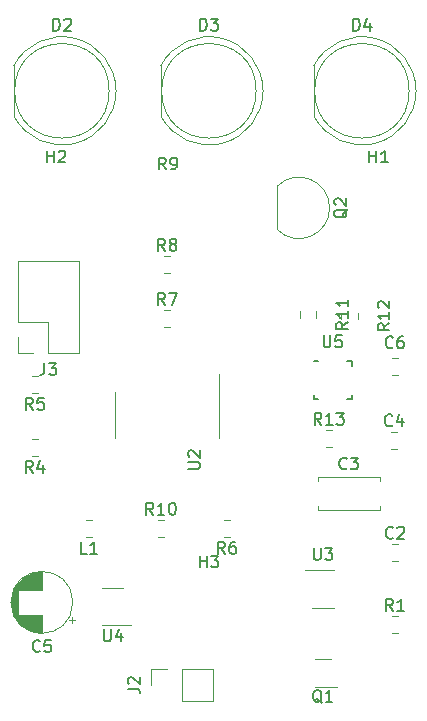
<source format=gbr>
%TF.GenerationSoftware,KiCad,Pcbnew,5.1.6*%
%TF.CreationDate,2020-10-14T19:02:39+02:00*%
%TF.ProjectId,MoCoBiBa_no_charger,4d6f436f-4269-4426-915f-6e6f5f636861,rev?*%
%TF.SameCoordinates,Original*%
%TF.FileFunction,Legend,Top*%
%TF.FilePolarity,Positive*%
%FSLAX46Y46*%
G04 Gerber Fmt 4.6, Leading zero omitted, Abs format (unit mm)*
G04 Created by KiCad (PCBNEW 5.1.6) date 2020-10-14 19:02:39*
%MOMM*%
%LPD*%
G01*
G04 APERTURE LIST*
%ADD10C,0.120000*%
%ADD11C,0.150000*%
G04 APERTURE END LIST*
D10*
%TO.C,R12*%
X81268500Y-46220748D02*
X81268500Y-46743252D01*
X82688500Y-46220748D02*
X82688500Y-46743252D01*
%TO.C,R11*%
X77776000Y-46108748D02*
X77776000Y-46631252D01*
X79196000Y-46108748D02*
X79196000Y-46631252D01*
%TO.C,U2*%
X70983000Y-54864000D02*
X70983000Y-51414000D01*
X70983000Y-54864000D02*
X70983000Y-56814000D01*
X62113000Y-54864000D02*
X62113000Y-52914000D01*
X62113000Y-54864000D02*
X62113000Y-56814000D01*
%TO.C,C2*%
X85590748Y-65838000D02*
X86113252Y-65838000D01*
X85590748Y-67258000D02*
X86113252Y-67258000D01*
%TO.C,C3*%
X79318500Y-60161500D02*
X84558500Y-60161500D01*
X79318500Y-62901500D02*
X84558500Y-62901500D01*
X79318500Y-60161500D02*
X79318500Y-60476500D01*
X79318500Y-62586500D02*
X79318500Y-62901500D01*
X84558500Y-60161500D02*
X84558500Y-60476500D01*
X84558500Y-62586500D02*
X84558500Y-62901500D01*
%TO.C,C4*%
X85518248Y-57733000D02*
X86040752Y-57733000D01*
X85518248Y-56313000D02*
X86040752Y-56313000D01*
%TO.C,C5*%
X58579500Y-70739000D02*
G75*
G03*
X58579500Y-70739000I-2620000J0D01*
G01*
X55959500Y-69699000D02*
X55959500Y-68159000D01*
X55959500Y-73319000D02*
X55959500Y-71779000D01*
X55919500Y-69699000D02*
X55919500Y-68159000D01*
X55919500Y-73319000D02*
X55919500Y-71779000D01*
X55879500Y-73318000D02*
X55879500Y-71779000D01*
X55879500Y-69699000D02*
X55879500Y-68160000D01*
X55839500Y-73317000D02*
X55839500Y-71779000D01*
X55839500Y-69699000D02*
X55839500Y-68161000D01*
X55799500Y-73315000D02*
X55799500Y-71779000D01*
X55799500Y-69699000D02*
X55799500Y-68163000D01*
X55759500Y-73312000D02*
X55759500Y-71779000D01*
X55759500Y-69699000D02*
X55759500Y-68166000D01*
X55719500Y-73308000D02*
X55719500Y-71779000D01*
X55719500Y-69699000D02*
X55719500Y-68170000D01*
X55679500Y-73304000D02*
X55679500Y-71779000D01*
X55679500Y-69699000D02*
X55679500Y-68174000D01*
X55639500Y-73300000D02*
X55639500Y-71779000D01*
X55639500Y-69699000D02*
X55639500Y-68178000D01*
X55599500Y-73295000D02*
X55599500Y-71779000D01*
X55599500Y-69699000D02*
X55599500Y-68183000D01*
X55559500Y-73289000D02*
X55559500Y-71779000D01*
X55559500Y-69699000D02*
X55559500Y-68189000D01*
X55519500Y-73282000D02*
X55519500Y-71779000D01*
X55519500Y-69699000D02*
X55519500Y-68196000D01*
X55479500Y-73275000D02*
X55479500Y-71779000D01*
X55479500Y-69699000D02*
X55479500Y-68203000D01*
X55439500Y-73267000D02*
X55439500Y-71779000D01*
X55439500Y-69699000D02*
X55439500Y-68211000D01*
X55399500Y-73259000D02*
X55399500Y-71779000D01*
X55399500Y-69699000D02*
X55399500Y-68219000D01*
X55359500Y-73250000D02*
X55359500Y-71779000D01*
X55359500Y-69699000D02*
X55359500Y-68228000D01*
X55319500Y-73240000D02*
X55319500Y-71779000D01*
X55319500Y-69699000D02*
X55319500Y-68238000D01*
X55279500Y-73230000D02*
X55279500Y-71779000D01*
X55279500Y-69699000D02*
X55279500Y-68248000D01*
X55238500Y-73219000D02*
X55238500Y-71779000D01*
X55238500Y-69699000D02*
X55238500Y-68259000D01*
X55198500Y-73207000D02*
X55198500Y-71779000D01*
X55198500Y-69699000D02*
X55198500Y-68271000D01*
X55158500Y-73194000D02*
X55158500Y-71779000D01*
X55158500Y-69699000D02*
X55158500Y-68284000D01*
X55118500Y-73181000D02*
X55118500Y-71779000D01*
X55118500Y-69699000D02*
X55118500Y-68297000D01*
X55078500Y-73167000D02*
X55078500Y-71779000D01*
X55078500Y-69699000D02*
X55078500Y-68311000D01*
X55038500Y-73153000D02*
X55038500Y-71779000D01*
X55038500Y-69699000D02*
X55038500Y-68325000D01*
X54998500Y-73137000D02*
X54998500Y-71779000D01*
X54998500Y-69699000D02*
X54998500Y-68341000D01*
X54958500Y-73121000D02*
X54958500Y-71779000D01*
X54958500Y-69699000D02*
X54958500Y-68357000D01*
X54918500Y-73104000D02*
X54918500Y-71779000D01*
X54918500Y-69699000D02*
X54918500Y-68374000D01*
X54878500Y-73087000D02*
X54878500Y-71779000D01*
X54878500Y-69699000D02*
X54878500Y-68391000D01*
X54838500Y-73068000D02*
X54838500Y-71779000D01*
X54838500Y-69699000D02*
X54838500Y-68410000D01*
X54798500Y-73049000D02*
X54798500Y-71779000D01*
X54798500Y-69699000D02*
X54798500Y-68429000D01*
X54758500Y-73029000D02*
X54758500Y-71779000D01*
X54758500Y-69699000D02*
X54758500Y-68449000D01*
X54718500Y-73007000D02*
X54718500Y-71779000D01*
X54718500Y-69699000D02*
X54718500Y-68471000D01*
X54678500Y-72986000D02*
X54678500Y-71779000D01*
X54678500Y-69699000D02*
X54678500Y-68492000D01*
X54638500Y-72963000D02*
X54638500Y-71779000D01*
X54638500Y-69699000D02*
X54638500Y-68515000D01*
X54598500Y-72939000D02*
X54598500Y-71779000D01*
X54598500Y-69699000D02*
X54598500Y-68539000D01*
X54558500Y-72914000D02*
X54558500Y-71779000D01*
X54558500Y-69699000D02*
X54558500Y-68564000D01*
X54518500Y-72888000D02*
X54518500Y-71779000D01*
X54518500Y-69699000D02*
X54518500Y-68590000D01*
X54478500Y-72861000D02*
X54478500Y-71779000D01*
X54478500Y-69699000D02*
X54478500Y-68617000D01*
X54438500Y-72834000D02*
X54438500Y-71779000D01*
X54438500Y-69699000D02*
X54438500Y-68644000D01*
X54398500Y-72804000D02*
X54398500Y-71779000D01*
X54398500Y-69699000D02*
X54398500Y-68674000D01*
X54358500Y-72774000D02*
X54358500Y-71779000D01*
X54358500Y-69699000D02*
X54358500Y-68704000D01*
X54318500Y-72743000D02*
X54318500Y-71779000D01*
X54318500Y-69699000D02*
X54318500Y-68735000D01*
X54278500Y-72710000D02*
X54278500Y-71779000D01*
X54278500Y-69699000D02*
X54278500Y-68768000D01*
X54238500Y-72676000D02*
X54238500Y-71779000D01*
X54238500Y-69699000D02*
X54238500Y-68802000D01*
X54198500Y-72640000D02*
X54198500Y-71779000D01*
X54198500Y-69699000D02*
X54198500Y-68838000D01*
X54158500Y-72603000D02*
X54158500Y-71779000D01*
X54158500Y-69699000D02*
X54158500Y-68875000D01*
X54118500Y-72565000D02*
X54118500Y-71779000D01*
X54118500Y-69699000D02*
X54118500Y-68913000D01*
X54078500Y-72524000D02*
X54078500Y-71779000D01*
X54078500Y-69699000D02*
X54078500Y-68954000D01*
X54038500Y-72482000D02*
X54038500Y-71779000D01*
X54038500Y-69699000D02*
X54038500Y-68996000D01*
X53998500Y-72438000D02*
X53998500Y-71779000D01*
X53998500Y-69699000D02*
X53998500Y-69040000D01*
X53958500Y-72392000D02*
X53958500Y-71779000D01*
X53958500Y-69699000D02*
X53958500Y-69086000D01*
X53918500Y-72344000D02*
X53918500Y-69134000D01*
X53878500Y-72293000D02*
X53878500Y-69185000D01*
X53838500Y-72239000D02*
X53838500Y-69239000D01*
X53798500Y-72182000D02*
X53798500Y-69296000D01*
X53758500Y-72122000D02*
X53758500Y-69356000D01*
X53718500Y-72058000D02*
X53718500Y-69420000D01*
X53678500Y-71990000D02*
X53678500Y-69488000D01*
X53638500Y-71917000D02*
X53638500Y-69561000D01*
X53598500Y-71837000D02*
X53598500Y-69641000D01*
X53558500Y-71750000D02*
X53558500Y-69728000D01*
X53518500Y-71654000D02*
X53518500Y-69824000D01*
X53478500Y-71544000D02*
X53478500Y-69934000D01*
X53438500Y-71416000D02*
X53438500Y-70062000D01*
X53398500Y-71257000D02*
X53398500Y-70221000D01*
X53358500Y-71023000D02*
X53358500Y-70455000D01*
X58764275Y-72214000D02*
X58264275Y-72214000D01*
X58514275Y-72464000D02*
X58514275Y-71964000D01*
%TO.C,C6*%
X85581748Y-50090000D02*
X86104252Y-50090000D01*
X85581748Y-51510000D02*
X86104252Y-51510000D01*
%TO.C,D2*%
X61658000Y-27432000D02*
G75*
G03*
X61658000Y-27432000I-4000000J0D01*
G01*
X53598000Y-25290000D02*
X53598000Y-29574000D01*
X62248000Y-27432486D02*
G75*
G03*
X53598000Y-25290855I-4590000J486D01*
G01*
X62248000Y-27431514D02*
G75*
G02*
X53598000Y-29573145I-4590000J-486D01*
G01*
%TO.C,D3*%
X66044000Y-25290000D02*
X66044000Y-29574000D01*
X74104000Y-27432000D02*
G75*
G03*
X74104000Y-27432000I-4000000J0D01*
G01*
X74694000Y-27431514D02*
G75*
G02*
X66044000Y-29573145I-4590000J-486D01*
G01*
X74694000Y-27432486D02*
G75*
G03*
X66044000Y-25290855I-4590000J486D01*
G01*
%TO.C,D4*%
X87058000Y-27432000D02*
G75*
G03*
X87058000Y-27432000I-4000000J0D01*
G01*
X78998000Y-25290000D02*
X78998000Y-29574000D01*
X87648000Y-27432486D02*
G75*
G03*
X78998000Y-25290855I-4590000J486D01*
G01*
X87648000Y-27431514D02*
G75*
G02*
X78998000Y-29573145I-4590000J-486D01*
G01*
%TO.C,J2*%
X67818000Y-79054000D02*
X67818000Y-76394000D01*
X67818000Y-79054000D02*
X70418000Y-79054000D01*
X70418000Y-79054000D02*
X70418000Y-76394000D01*
X67818000Y-76394000D02*
X70418000Y-76394000D01*
X65218000Y-76394000D02*
X66548000Y-76394000D01*
X65218000Y-77724000D02*
X65218000Y-76394000D01*
%TO.C,J3*%
X59115000Y-49590000D02*
X56515000Y-49590000D01*
X59115000Y-49590000D02*
X59115000Y-41850000D01*
X59115000Y-41850000D02*
X53915000Y-41850000D01*
X53915000Y-46990000D02*
X53915000Y-41850000D01*
X56515000Y-46990000D02*
X53915000Y-46990000D01*
X56515000Y-49590000D02*
X56515000Y-46990000D01*
X53915000Y-49590000D02*
X53915000Y-48260000D01*
X55245000Y-49590000D02*
X53915000Y-49590000D01*
%TO.C,L1*%
X60196252Y-65226000D02*
X59673748Y-65226000D01*
X60196252Y-63806000D02*
X59673748Y-63806000D01*
%TO.C,Q1*%
X79056000Y-77868000D02*
X80956000Y-77868000D01*
X80456000Y-75548000D02*
X79056000Y-75548000D01*
%TO.C,Q2*%
X75874000Y-35538000D02*
X75874000Y-39138000D01*
X75885522Y-35499522D02*
G75*
G02*
X80324000Y-37338000I1838478J-1838478D01*
G01*
X75885522Y-39176478D02*
G75*
G03*
X80324000Y-37338000I1838478J1838478D01*
G01*
%TO.C,R1*%
X85581748Y-73354000D02*
X86104252Y-73354000D01*
X85581748Y-71934000D02*
X86104252Y-71934000D01*
%TO.C,R4*%
X55624252Y-56948000D02*
X55101748Y-56948000D01*
X55624252Y-58368000D02*
X55101748Y-58368000D01*
%TO.C,R5*%
X55633252Y-53034000D02*
X55110748Y-53034000D01*
X55633252Y-51614000D02*
X55110748Y-51614000D01*
%TO.C,R6*%
X71889252Y-65226000D02*
X71366748Y-65226000D01*
X71889252Y-63806000D02*
X71366748Y-63806000D01*
%TO.C,R7*%
X66277748Y-46026000D02*
X66800252Y-46026000D01*
X66277748Y-47446000D02*
X66800252Y-47446000D01*
%TO.C,R8*%
X66295748Y-42874000D02*
X66818252Y-42874000D01*
X66295748Y-41454000D02*
X66818252Y-41454000D01*
%TO.C,R10*%
X65769748Y-65226000D02*
X66292252Y-65226000D01*
X65769748Y-63806000D02*
X66292252Y-63806000D01*
%TO.C,R13*%
X80002748Y-56186000D02*
X80525252Y-56186000D01*
X80002748Y-57606000D02*
X80525252Y-57606000D01*
%TO.C,U3*%
X78856000Y-71206000D02*
X80656000Y-71206000D01*
X80656000Y-67986000D02*
X78206000Y-67986000D01*
%TO.C,U4*%
X62856000Y-69560000D02*
X61096000Y-69560000D01*
X61096000Y-72630000D02*
X63526000Y-72630000D01*
D11*
%TO.C,U5*%
X78981500Y-53543000D02*
X78981500Y-53143000D01*
X78981500Y-53543000D02*
X79381500Y-53543000D01*
X82181500Y-53543000D02*
X82181500Y-53143000D01*
X82181500Y-53543000D02*
X81781500Y-53543000D01*
X82181500Y-50343000D02*
X82181500Y-50743000D01*
X82181500Y-50343000D02*
X81781500Y-50343000D01*
X78981500Y-50343000D02*
X79381500Y-50343000D01*
%TO.C,H3*%
X69342095Y-67772380D02*
X69342095Y-66772380D01*
X69342095Y-67248571D02*
X69913523Y-67248571D01*
X69913523Y-67772380D02*
X69913523Y-66772380D01*
X70294476Y-66772380D02*
X70913523Y-66772380D01*
X70580190Y-67153333D01*
X70723047Y-67153333D01*
X70818285Y-67200952D01*
X70865904Y-67248571D01*
X70913523Y-67343809D01*
X70913523Y-67581904D01*
X70865904Y-67677142D01*
X70818285Y-67724761D01*
X70723047Y-67772380D01*
X70437333Y-67772380D01*
X70342095Y-67724761D01*
X70294476Y-67677142D01*
%TO.C,H2*%
X56388095Y-33482380D02*
X56388095Y-32482380D01*
X56388095Y-32958571D02*
X56959523Y-32958571D01*
X56959523Y-33482380D02*
X56959523Y-32482380D01*
X57388095Y-32577619D02*
X57435714Y-32530000D01*
X57530952Y-32482380D01*
X57769047Y-32482380D01*
X57864285Y-32530000D01*
X57911904Y-32577619D01*
X57959523Y-32672857D01*
X57959523Y-32768095D01*
X57911904Y-32910952D01*
X57340476Y-33482380D01*
X57959523Y-33482380D01*
%TO.C,H1*%
X83693095Y-33482380D02*
X83693095Y-32482380D01*
X83693095Y-32958571D02*
X84264523Y-32958571D01*
X84264523Y-33482380D02*
X84264523Y-32482380D01*
X85264523Y-33482380D02*
X84693095Y-33482380D01*
X84978809Y-33482380D02*
X84978809Y-32482380D01*
X84883571Y-32625238D01*
X84788333Y-32720476D01*
X84693095Y-32768095D01*
%TO.C,R12*%
X85380880Y-47124857D02*
X84904690Y-47458190D01*
X85380880Y-47696285D02*
X84380880Y-47696285D01*
X84380880Y-47315333D01*
X84428500Y-47220095D01*
X84476119Y-47172476D01*
X84571357Y-47124857D01*
X84714214Y-47124857D01*
X84809452Y-47172476D01*
X84857071Y-47220095D01*
X84904690Y-47315333D01*
X84904690Y-47696285D01*
X85380880Y-46172476D02*
X85380880Y-46743904D01*
X85380880Y-46458190D02*
X84380880Y-46458190D01*
X84523738Y-46553428D01*
X84618976Y-46648666D01*
X84666595Y-46743904D01*
X84476119Y-45791523D02*
X84428500Y-45743904D01*
X84380880Y-45648666D01*
X84380880Y-45410571D01*
X84428500Y-45315333D01*
X84476119Y-45267714D01*
X84571357Y-45220095D01*
X84666595Y-45220095D01*
X84809452Y-45267714D01*
X85380880Y-45839142D01*
X85380880Y-45220095D01*
%TO.C,R11*%
X81888380Y-47012857D02*
X81412190Y-47346190D01*
X81888380Y-47584285D02*
X80888380Y-47584285D01*
X80888380Y-47203333D01*
X80936000Y-47108095D01*
X80983619Y-47060476D01*
X81078857Y-47012857D01*
X81221714Y-47012857D01*
X81316952Y-47060476D01*
X81364571Y-47108095D01*
X81412190Y-47203333D01*
X81412190Y-47584285D01*
X81888380Y-46060476D02*
X81888380Y-46631904D01*
X81888380Y-46346190D02*
X80888380Y-46346190D01*
X81031238Y-46441428D01*
X81126476Y-46536666D01*
X81174095Y-46631904D01*
X81888380Y-45108095D02*
X81888380Y-45679523D01*
X81888380Y-45393809D02*
X80888380Y-45393809D01*
X81031238Y-45489047D01*
X81126476Y-45584285D01*
X81174095Y-45679523D01*
%TO.C,U2*%
X68330380Y-59435904D02*
X69139904Y-59435904D01*
X69235142Y-59388285D01*
X69282761Y-59340666D01*
X69330380Y-59245428D01*
X69330380Y-59054952D01*
X69282761Y-58959714D01*
X69235142Y-58912095D01*
X69139904Y-58864476D01*
X68330380Y-58864476D01*
X68425619Y-58435904D02*
X68378000Y-58388285D01*
X68330380Y-58293047D01*
X68330380Y-58054952D01*
X68378000Y-57959714D01*
X68425619Y-57912095D01*
X68520857Y-57864476D01*
X68616095Y-57864476D01*
X68758952Y-57912095D01*
X69330380Y-58483523D01*
X69330380Y-57864476D01*
%TO.C,C2*%
X85685333Y-65255142D02*
X85637714Y-65302761D01*
X85494857Y-65350380D01*
X85399619Y-65350380D01*
X85256761Y-65302761D01*
X85161523Y-65207523D01*
X85113904Y-65112285D01*
X85066285Y-64921809D01*
X85066285Y-64778952D01*
X85113904Y-64588476D01*
X85161523Y-64493238D01*
X85256761Y-64398000D01*
X85399619Y-64350380D01*
X85494857Y-64350380D01*
X85637714Y-64398000D01*
X85685333Y-64445619D01*
X86066285Y-64445619D02*
X86113904Y-64398000D01*
X86209142Y-64350380D01*
X86447238Y-64350380D01*
X86542476Y-64398000D01*
X86590095Y-64445619D01*
X86637714Y-64540857D01*
X86637714Y-64636095D01*
X86590095Y-64778952D01*
X86018666Y-65350380D01*
X86637714Y-65350380D01*
%TO.C,C3*%
X81771833Y-59388642D02*
X81724214Y-59436261D01*
X81581357Y-59483880D01*
X81486119Y-59483880D01*
X81343261Y-59436261D01*
X81248023Y-59341023D01*
X81200404Y-59245785D01*
X81152785Y-59055309D01*
X81152785Y-58912452D01*
X81200404Y-58721976D01*
X81248023Y-58626738D01*
X81343261Y-58531500D01*
X81486119Y-58483880D01*
X81581357Y-58483880D01*
X81724214Y-58531500D01*
X81771833Y-58579119D01*
X82105166Y-58483880D02*
X82724214Y-58483880D01*
X82390880Y-58864833D01*
X82533738Y-58864833D01*
X82628976Y-58912452D01*
X82676595Y-58960071D01*
X82724214Y-59055309D01*
X82724214Y-59293404D01*
X82676595Y-59388642D01*
X82628976Y-59436261D01*
X82533738Y-59483880D01*
X82248023Y-59483880D01*
X82152785Y-59436261D01*
X82105166Y-59388642D01*
%TO.C,C4*%
X85612833Y-55730142D02*
X85565214Y-55777761D01*
X85422357Y-55825380D01*
X85327119Y-55825380D01*
X85184261Y-55777761D01*
X85089023Y-55682523D01*
X85041404Y-55587285D01*
X84993785Y-55396809D01*
X84993785Y-55253952D01*
X85041404Y-55063476D01*
X85089023Y-54968238D01*
X85184261Y-54873000D01*
X85327119Y-54825380D01*
X85422357Y-54825380D01*
X85565214Y-54873000D01*
X85612833Y-54920619D01*
X86469976Y-55158714D02*
X86469976Y-55825380D01*
X86231880Y-54777761D02*
X85993785Y-55492047D01*
X86612833Y-55492047D01*
%TO.C,C5*%
X55792833Y-74846142D02*
X55745214Y-74893761D01*
X55602357Y-74941380D01*
X55507119Y-74941380D01*
X55364261Y-74893761D01*
X55269023Y-74798523D01*
X55221404Y-74703285D01*
X55173785Y-74512809D01*
X55173785Y-74369952D01*
X55221404Y-74179476D01*
X55269023Y-74084238D01*
X55364261Y-73989000D01*
X55507119Y-73941380D01*
X55602357Y-73941380D01*
X55745214Y-73989000D01*
X55792833Y-74036619D01*
X56697595Y-73941380D02*
X56221404Y-73941380D01*
X56173785Y-74417571D01*
X56221404Y-74369952D01*
X56316642Y-74322333D01*
X56554738Y-74322333D01*
X56649976Y-74369952D01*
X56697595Y-74417571D01*
X56745214Y-74512809D01*
X56745214Y-74750904D01*
X56697595Y-74846142D01*
X56649976Y-74893761D01*
X56554738Y-74941380D01*
X56316642Y-74941380D01*
X56221404Y-74893761D01*
X56173785Y-74846142D01*
%TO.C,C6*%
X85676333Y-49125142D02*
X85628714Y-49172761D01*
X85485857Y-49220380D01*
X85390619Y-49220380D01*
X85247761Y-49172761D01*
X85152523Y-49077523D01*
X85104904Y-48982285D01*
X85057285Y-48791809D01*
X85057285Y-48648952D01*
X85104904Y-48458476D01*
X85152523Y-48363238D01*
X85247761Y-48268000D01*
X85390619Y-48220380D01*
X85485857Y-48220380D01*
X85628714Y-48268000D01*
X85676333Y-48315619D01*
X86533476Y-48220380D02*
X86343000Y-48220380D01*
X86247761Y-48268000D01*
X86200142Y-48315619D01*
X86104904Y-48458476D01*
X86057285Y-48648952D01*
X86057285Y-49029904D01*
X86104904Y-49125142D01*
X86152523Y-49172761D01*
X86247761Y-49220380D01*
X86438238Y-49220380D01*
X86533476Y-49172761D01*
X86581095Y-49125142D01*
X86628714Y-49029904D01*
X86628714Y-48791809D01*
X86581095Y-48696571D01*
X86533476Y-48648952D01*
X86438238Y-48601333D01*
X86247761Y-48601333D01*
X86152523Y-48648952D01*
X86104904Y-48696571D01*
X86057285Y-48791809D01*
%TO.C,D2*%
X56919904Y-22324380D02*
X56919904Y-21324380D01*
X57158000Y-21324380D01*
X57300857Y-21372000D01*
X57396095Y-21467238D01*
X57443714Y-21562476D01*
X57491333Y-21752952D01*
X57491333Y-21895809D01*
X57443714Y-22086285D01*
X57396095Y-22181523D01*
X57300857Y-22276761D01*
X57158000Y-22324380D01*
X56919904Y-22324380D01*
X57872285Y-21419619D02*
X57919904Y-21372000D01*
X58015142Y-21324380D01*
X58253238Y-21324380D01*
X58348476Y-21372000D01*
X58396095Y-21419619D01*
X58443714Y-21514857D01*
X58443714Y-21610095D01*
X58396095Y-21752952D01*
X57824666Y-22324380D01*
X58443714Y-22324380D01*
%TO.C,D3*%
X69365904Y-22324380D02*
X69365904Y-21324380D01*
X69604000Y-21324380D01*
X69746857Y-21372000D01*
X69842095Y-21467238D01*
X69889714Y-21562476D01*
X69937333Y-21752952D01*
X69937333Y-21895809D01*
X69889714Y-22086285D01*
X69842095Y-22181523D01*
X69746857Y-22276761D01*
X69604000Y-22324380D01*
X69365904Y-22324380D01*
X70270666Y-21324380D02*
X70889714Y-21324380D01*
X70556380Y-21705333D01*
X70699238Y-21705333D01*
X70794476Y-21752952D01*
X70842095Y-21800571D01*
X70889714Y-21895809D01*
X70889714Y-22133904D01*
X70842095Y-22229142D01*
X70794476Y-22276761D01*
X70699238Y-22324380D01*
X70413523Y-22324380D01*
X70318285Y-22276761D01*
X70270666Y-22229142D01*
%TO.C,D4*%
X82319904Y-22324380D02*
X82319904Y-21324380D01*
X82558000Y-21324380D01*
X82700857Y-21372000D01*
X82796095Y-21467238D01*
X82843714Y-21562476D01*
X82891333Y-21752952D01*
X82891333Y-21895809D01*
X82843714Y-22086285D01*
X82796095Y-22181523D01*
X82700857Y-22276761D01*
X82558000Y-22324380D01*
X82319904Y-22324380D01*
X83748476Y-21657714D02*
X83748476Y-22324380D01*
X83510380Y-21276761D02*
X83272285Y-21991047D01*
X83891333Y-21991047D01*
%TO.C,J2*%
X63230380Y-78057333D02*
X63944666Y-78057333D01*
X64087523Y-78104952D01*
X64182761Y-78200190D01*
X64230380Y-78343047D01*
X64230380Y-78438285D01*
X63325619Y-77628761D02*
X63278000Y-77581142D01*
X63230380Y-77485904D01*
X63230380Y-77247809D01*
X63278000Y-77152571D01*
X63325619Y-77104952D01*
X63420857Y-77057333D01*
X63516095Y-77057333D01*
X63658952Y-77104952D01*
X64230380Y-77676380D01*
X64230380Y-77057333D01*
%TO.C,J3*%
X56181666Y-50482380D02*
X56181666Y-51196666D01*
X56134047Y-51339523D01*
X56038809Y-51434761D01*
X55895952Y-51482380D01*
X55800714Y-51482380D01*
X56562619Y-50482380D02*
X57181666Y-50482380D01*
X56848333Y-50863333D01*
X56991190Y-50863333D01*
X57086428Y-50910952D01*
X57134047Y-50958571D01*
X57181666Y-51053809D01*
X57181666Y-51291904D01*
X57134047Y-51387142D01*
X57086428Y-51434761D01*
X56991190Y-51482380D01*
X56705476Y-51482380D01*
X56610238Y-51434761D01*
X56562619Y-51387142D01*
%TO.C,L1*%
X59768333Y-66618380D02*
X59292142Y-66618380D01*
X59292142Y-65618380D01*
X60625476Y-66618380D02*
X60054047Y-66618380D01*
X60339761Y-66618380D02*
X60339761Y-65618380D01*
X60244523Y-65761238D01*
X60149285Y-65856476D01*
X60054047Y-65904095D01*
%TO.C,Q1*%
X79660761Y-79255619D02*
X79565523Y-79208000D01*
X79470285Y-79112761D01*
X79327428Y-78969904D01*
X79232190Y-78922285D01*
X79136952Y-78922285D01*
X79184571Y-79160380D02*
X79089333Y-79112761D01*
X78994095Y-79017523D01*
X78946476Y-78827047D01*
X78946476Y-78493714D01*
X78994095Y-78303238D01*
X79089333Y-78208000D01*
X79184571Y-78160380D01*
X79375047Y-78160380D01*
X79470285Y-78208000D01*
X79565523Y-78303238D01*
X79613142Y-78493714D01*
X79613142Y-78827047D01*
X79565523Y-79017523D01*
X79470285Y-79112761D01*
X79375047Y-79160380D01*
X79184571Y-79160380D01*
X80565523Y-79160380D02*
X79994095Y-79160380D01*
X80279809Y-79160380D02*
X80279809Y-78160380D01*
X80184571Y-78303238D01*
X80089333Y-78398476D01*
X79994095Y-78446095D01*
%TO.C,Q2*%
X81831619Y-37433238D02*
X81784000Y-37528476D01*
X81688761Y-37623714D01*
X81545904Y-37766571D01*
X81498285Y-37861809D01*
X81498285Y-37957047D01*
X81736380Y-37909428D02*
X81688761Y-38004666D01*
X81593523Y-38099904D01*
X81403047Y-38147523D01*
X81069714Y-38147523D01*
X80879238Y-38099904D01*
X80784000Y-38004666D01*
X80736380Y-37909428D01*
X80736380Y-37718952D01*
X80784000Y-37623714D01*
X80879238Y-37528476D01*
X81069714Y-37480857D01*
X81403047Y-37480857D01*
X81593523Y-37528476D01*
X81688761Y-37623714D01*
X81736380Y-37718952D01*
X81736380Y-37909428D01*
X80831619Y-37099904D02*
X80784000Y-37052285D01*
X80736380Y-36957047D01*
X80736380Y-36718952D01*
X80784000Y-36623714D01*
X80831619Y-36576095D01*
X80926857Y-36528476D01*
X81022095Y-36528476D01*
X81164952Y-36576095D01*
X81736380Y-37147523D01*
X81736380Y-36528476D01*
%TO.C,R1*%
X85676333Y-71446380D02*
X85343000Y-70970190D01*
X85104904Y-71446380D02*
X85104904Y-70446380D01*
X85485857Y-70446380D01*
X85581095Y-70494000D01*
X85628714Y-70541619D01*
X85676333Y-70636857D01*
X85676333Y-70779714D01*
X85628714Y-70874952D01*
X85581095Y-70922571D01*
X85485857Y-70970190D01*
X85104904Y-70970190D01*
X86628714Y-71446380D02*
X86057285Y-71446380D01*
X86343000Y-71446380D02*
X86343000Y-70446380D01*
X86247761Y-70589238D01*
X86152523Y-70684476D01*
X86057285Y-70732095D01*
%TO.C,R4*%
X55196333Y-59760380D02*
X54863000Y-59284190D01*
X54624904Y-59760380D02*
X54624904Y-58760380D01*
X55005857Y-58760380D01*
X55101095Y-58808000D01*
X55148714Y-58855619D01*
X55196333Y-58950857D01*
X55196333Y-59093714D01*
X55148714Y-59188952D01*
X55101095Y-59236571D01*
X55005857Y-59284190D01*
X54624904Y-59284190D01*
X56053476Y-59093714D02*
X56053476Y-59760380D01*
X55815380Y-58712761D02*
X55577285Y-59427047D01*
X56196333Y-59427047D01*
%TO.C,R5*%
X55205333Y-54426380D02*
X54872000Y-53950190D01*
X54633904Y-54426380D02*
X54633904Y-53426380D01*
X55014857Y-53426380D01*
X55110095Y-53474000D01*
X55157714Y-53521619D01*
X55205333Y-53616857D01*
X55205333Y-53759714D01*
X55157714Y-53854952D01*
X55110095Y-53902571D01*
X55014857Y-53950190D01*
X54633904Y-53950190D01*
X56110095Y-53426380D02*
X55633904Y-53426380D01*
X55586285Y-53902571D01*
X55633904Y-53854952D01*
X55729142Y-53807333D01*
X55967238Y-53807333D01*
X56062476Y-53854952D01*
X56110095Y-53902571D01*
X56157714Y-53997809D01*
X56157714Y-54235904D01*
X56110095Y-54331142D01*
X56062476Y-54378761D01*
X55967238Y-54426380D01*
X55729142Y-54426380D01*
X55633904Y-54378761D01*
X55586285Y-54331142D01*
%TO.C,R6*%
X71461333Y-66618380D02*
X71128000Y-66142190D01*
X70889904Y-66618380D02*
X70889904Y-65618380D01*
X71270857Y-65618380D01*
X71366095Y-65666000D01*
X71413714Y-65713619D01*
X71461333Y-65808857D01*
X71461333Y-65951714D01*
X71413714Y-66046952D01*
X71366095Y-66094571D01*
X71270857Y-66142190D01*
X70889904Y-66142190D01*
X72318476Y-65618380D02*
X72128000Y-65618380D01*
X72032761Y-65666000D01*
X71985142Y-65713619D01*
X71889904Y-65856476D01*
X71842285Y-66046952D01*
X71842285Y-66427904D01*
X71889904Y-66523142D01*
X71937523Y-66570761D01*
X72032761Y-66618380D01*
X72223238Y-66618380D01*
X72318476Y-66570761D01*
X72366095Y-66523142D01*
X72413714Y-66427904D01*
X72413714Y-66189809D01*
X72366095Y-66094571D01*
X72318476Y-66046952D01*
X72223238Y-65999333D01*
X72032761Y-65999333D01*
X71937523Y-66046952D01*
X71889904Y-66094571D01*
X71842285Y-66189809D01*
%TO.C,R7*%
X66372333Y-45538380D02*
X66039000Y-45062190D01*
X65800904Y-45538380D02*
X65800904Y-44538380D01*
X66181857Y-44538380D01*
X66277095Y-44586000D01*
X66324714Y-44633619D01*
X66372333Y-44728857D01*
X66372333Y-44871714D01*
X66324714Y-44966952D01*
X66277095Y-45014571D01*
X66181857Y-45062190D01*
X65800904Y-45062190D01*
X66705666Y-44538380D02*
X67372333Y-44538380D01*
X66943761Y-45538380D01*
%TO.C,R8*%
X66390333Y-40966380D02*
X66057000Y-40490190D01*
X65818904Y-40966380D02*
X65818904Y-39966380D01*
X66199857Y-39966380D01*
X66295095Y-40014000D01*
X66342714Y-40061619D01*
X66390333Y-40156857D01*
X66390333Y-40299714D01*
X66342714Y-40394952D01*
X66295095Y-40442571D01*
X66199857Y-40490190D01*
X65818904Y-40490190D01*
X66961761Y-40394952D02*
X66866523Y-40347333D01*
X66818904Y-40299714D01*
X66771285Y-40204476D01*
X66771285Y-40156857D01*
X66818904Y-40061619D01*
X66866523Y-40014000D01*
X66961761Y-39966380D01*
X67152238Y-39966380D01*
X67247476Y-40014000D01*
X67295095Y-40061619D01*
X67342714Y-40156857D01*
X67342714Y-40204476D01*
X67295095Y-40299714D01*
X67247476Y-40347333D01*
X67152238Y-40394952D01*
X66961761Y-40394952D01*
X66866523Y-40442571D01*
X66818904Y-40490190D01*
X66771285Y-40585428D01*
X66771285Y-40775904D01*
X66818904Y-40871142D01*
X66866523Y-40918761D01*
X66961761Y-40966380D01*
X67152238Y-40966380D01*
X67247476Y-40918761D01*
X67295095Y-40871142D01*
X67342714Y-40775904D01*
X67342714Y-40585428D01*
X67295095Y-40490190D01*
X67247476Y-40442571D01*
X67152238Y-40394952D01*
%TO.C,R9*%
X66459833Y-34078380D02*
X66126500Y-33602190D01*
X65888404Y-34078380D02*
X65888404Y-33078380D01*
X66269357Y-33078380D01*
X66364595Y-33126000D01*
X66412214Y-33173619D01*
X66459833Y-33268857D01*
X66459833Y-33411714D01*
X66412214Y-33506952D01*
X66364595Y-33554571D01*
X66269357Y-33602190D01*
X65888404Y-33602190D01*
X66936023Y-34078380D02*
X67126500Y-34078380D01*
X67221738Y-34030761D01*
X67269357Y-33983142D01*
X67364595Y-33840285D01*
X67412214Y-33649809D01*
X67412214Y-33268857D01*
X67364595Y-33173619D01*
X67316976Y-33126000D01*
X67221738Y-33078380D01*
X67031261Y-33078380D01*
X66936023Y-33126000D01*
X66888404Y-33173619D01*
X66840785Y-33268857D01*
X66840785Y-33506952D01*
X66888404Y-33602190D01*
X66936023Y-33649809D01*
X67031261Y-33697428D01*
X67221738Y-33697428D01*
X67316976Y-33649809D01*
X67364595Y-33602190D01*
X67412214Y-33506952D01*
%TO.C,R10*%
X65388142Y-63318380D02*
X65054809Y-62842190D01*
X64816714Y-63318380D02*
X64816714Y-62318380D01*
X65197666Y-62318380D01*
X65292904Y-62366000D01*
X65340523Y-62413619D01*
X65388142Y-62508857D01*
X65388142Y-62651714D01*
X65340523Y-62746952D01*
X65292904Y-62794571D01*
X65197666Y-62842190D01*
X64816714Y-62842190D01*
X66340523Y-63318380D02*
X65769095Y-63318380D01*
X66054809Y-63318380D02*
X66054809Y-62318380D01*
X65959571Y-62461238D01*
X65864333Y-62556476D01*
X65769095Y-62604095D01*
X66959571Y-62318380D02*
X67054809Y-62318380D01*
X67150047Y-62366000D01*
X67197666Y-62413619D01*
X67245285Y-62508857D01*
X67292904Y-62699333D01*
X67292904Y-62937428D01*
X67245285Y-63127904D01*
X67197666Y-63223142D01*
X67150047Y-63270761D01*
X67054809Y-63318380D01*
X66959571Y-63318380D01*
X66864333Y-63270761D01*
X66816714Y-63223142D01*
X66769095Y-63127904D01*
X66721476Y-62937428D01*
X66721476Y-62699333D01*
X66769095Y-62508857D01*
X66816714Y-62413619D01*
X66864333Y-62366000D01*
X66959571Y-62318380D01*
%TO.C,R13*%
X79621142Y-55698380D02*
X79287809Y-55222190D01*
X79049714Y-55698380D02*
X79049714Y-54698380D01*
X79430666Y-54698380D01*
X79525904Y-54746000D01*
X79573523Y-54793619D01*
X79621142Y-54888857D01*
X79621142Y-55031714D01*
X79573523Y-55126952D01*
X79525904Y-55174571D01*
X79430666Y-55222190D01*
X79049714Y-55222190D01*
X80573523Y-55698380D02*
X80002095Y-55698380D01*
X80287809Y-55698380D02*
X80287809Y-54698380D01*
X80192571Y-54841238D01*
X80097333Y-54936476D01*
X80002095Y-54984095D01*
X80906857Y-54698380D02*
X81525904Y-54698380D01*
X81192571Y-55079333D01*
X81335428Y-55079333D01*
X81430666Y-55126952D01*
X81478285Y-55174571D01*
X81525904Y-55269809D01*
X81525904Y-55507904D01*
X81478285Y-55603142D01*
X81430666Y-55650761D01*
X81335428Y-55698380D01*
X81049714Y-55698380D01*
X80954476Y-55650761D01*
X80906857Y-55603142D01*
%TO.C,U3*%
X78994095Y-66148380D02*
X78994095Y-66957904D01*
X79041714Y-67053142D01*
X79089333Y-67100761D01*
X79184571Y-67148380D01*
X79375047Y-67148380D01*
X79470285Y-67100761D01*
X79517904Y-67053142D01*
X79565523Y-66957904D01*
X79565523Y-66148380D01*
X79946476Y-66148380D02*
X80565523Y-66148380D01*
X80232190Y-66529333D01*
X80375047Y-66529333D01*
X80470285Y-66576952D01*
X80517904Y-66624571D01*
X80565523Y-66719809D01*
X80565523Y-66957904D01*
X80517904Y-67053142D01*
X80470285Y-67100761D01*
X80375047Y-67148380D01*
X80089333Y-67148380D01*
X79994095Y-67100761D01*
X79946476Y-67053142D01*
%TO.C,U4*%
X61214095Y-73022380D02*
X61214095Y-73831904D01*
X61261714Y-73927142D01*
X61309333Y-73974761D01*
X61404571Y-74022380D01*
X61595047Y-74022380D01*
X61690285Y-73974761D01*
X61737904Y-73927142D01*
X61785523Y-73831904D01*
X61785523Y-73022380D01*
X62690285Y-73355714D02*
X62690285Y-74022380D01*
X62452190Y-72974761D02*
X62214095Y-73689047D01*
X62833142Y-73689047D01*
%TO.C,U5*%
X79819595Y-48145380D02*
X79819595Y-48954904D01*
X79867214Y-49050142D01*
X79914833Y-49097761D01*
X80010071Y-49145380D01*
X80200547Y-49145380D01*
X80295785Y-49097761D01*
X80343404Y-49050142D01*
X80391023Y-48954904D01*
X80391023Y-48145380D01*
X81343404Y-48145380D02*
X80867214Y-48145380D01*
X80819595Y-48621571D01*
X80867214Y-48573952D01*
X80962452Y-48526333D01*
X81200547Y-48526333D01*
X81295785Y-48573952D01*
X81343404Y-48621571D01*
X81391023Y-48716809D01*
X81391023Y-48954904D01*
X81343404Y-49050142D01*
X81295785Y-49097761D01*
X81200547Y-49145380D01*
X80962452Y-49145380D01*
X80867214Y-49097761D01*
X80819595Y-49050142D01*
%TD*%
M02*

</source>
